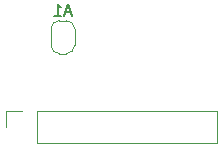
<source format=gbr>
%TF.GenerationSoftware,KiCad,Pcbnew,8.0.3-8.0.3-0~ubuntu23.10.1*%
%TF.CreationDate,2024-08-01T21:15:56-04:00*%
%TF.ProjectId,OPT4001,4f505434-3030-4312-9e6b-696361645f70,rev?*%
%TF.SameCoordinates,Original*%
%TF.FileFunction,Legend,Bot*%
%TF.FilePolarity,Positive*%
%FSLAX46Y46*%
G04 Gerber Fmt 4.6, Leading zero omitted, Abs format (unit mm)*
G04 Created by KiCad (PCBNEW 8.0.3-8.0.3-0~ubuntu23.10.1) date 2024-08-01 21:15:56*
%MOMM*%
%LPD*%
G01*
G04 APERTURE LIST*
G04 Aperture macros list*
%AMFreePoly0*
4,1,19,0.500000,-0.750000,0.000000,-0.750000,0.000000,-0.744911,-0.071157,-0.744911,-0.207708,-0.704816,-0.327430,-0.627875,-0.420627,-0.520320,-0.479746,-0.390866,-0.500000,-0.250000,-0.500000,0.250000,-0.479746,0.390866,-0.420627,0.520320,-0.327430,0.627875,-0.207708,0.704816,-0.071157,0.744911,0.000000,0.744911,0.000000,0.750000,0.500000,0.750000,0.500000,-0.750000,0.500000,-0.750000,
$1*%
%AMFreePoly1*
4,1,19,0.000000,0.744911,0.071157,0.744911,0.207708,0.704816,0.327430,0.627875,0.420627,0.520320,0.479746,0.390866,0.500000,0.250000,0.500000,-0.250000,0.479746,-0.390866,0.420627,-0.520320,0.327430,-0.627875,0.207708,-0.704816,0.071157,-0.744911,0.000000,-0.744911,0.000000,-0.750000,-0.500000,-0.750000,-0.500000,0.750000,0.000000,0.750000,0.000000,0.744911,0.000000,0.744911,
$1*%
G04 Aperture macros list end*
%ADD10C,0.200000*%
%ADD11C,0.120000*%
%ADD12C,3.200000*%
%ADD13FreePoly0,270.000000*%
%ADD14FreePoly1,270.000000*%
%ADD15O,1.700000X1.700000*%
%ADD16C,1.700000*%
G04 APERTURE END LIST*
D10*
X115564285Y-93166504D02*
X115088095Y-93166504D01*
X115659523Y-93452219D02*
X115326190Y-92452219D01*
X115326190Y-92452219D02*
X114992857Y-93452219D01*
X114135714Y-93452219D02*
X114707142Y-93452219D01*
X114421428Y-93452219D02*
X114421428Y-92452219D01*
X114421428Y-92452219D02*
X114516666Y-92595076D01*
X114516666Y-92595076D02*
X114611904Y-92690314D01*
X114611904Y-92690314D02*
X114707142Y-92737933D01*
D11*
%TO.C,JP1*%
X113850000Y-95950000D02*
X113850000Y-94550000D01*
X114550000Y-93850000D02*
X115150000Y-93850000D01*
X115150000Y-96650000D02*
X114550000Y-96650000D01*
X115850000Y-94550000D02*
X115850000Y-95950000D01*
X113850000Y-94550000D02*
G75*
G02*
X114550000Y-93850000I699999J1D01*
G01*
X114550000Y-96650000D02*
G75*
G02*
X113850000Y-95950000I0J700000D01*
G01*
X115150000Y-93850000D02*
G75*
G02*
X115850000Y-94550000I1J-699999D01*
G01*
X115850000Y-95950000D02*
G75*
G02*
X115150000Y-96650000I-700000J0D01*
G01*
%TO.C,J3*%
X127944000Y-104200000D02*
X127944000Y-101540000D01*
X127944000Y-104200000D02*
X112644000Y-104200000D01*
X127944000Y-101540000D02*
X112644000Y-101540000D01*
X112644000Y-104200000D02*
X112644000Y-101540000D01*
X110044000Y-102870000D02*
X110044000Y-101540000D01*
X110044000Y-101540000D02*
X111374000Y-101540000D01*
%TD*%
%LPC*%
D12*
%TO.C,H1*%
X108204000Y-87630000D03*
%TD*%
%TO.C,H4*%
X129794000Y-87630000D03*
%TD*%
%TO.C,H3*%
X108204000Y-102870000D03*
%TD*%
%TO.C,H2*%
X129794000Y-102870000D03*
%TD*%
D13*
%TO.C,JP1*%
X114850000Y-94600000D03*
D14*
X114850000Y-95900000D03*
%TD*%
D15*
%TO.C,J3*%
X126614000Y-102870000D03*
X124074000Y-102870000D03*
X121534000Y-102870000D03*
X118994000Y-102870000D03*
X116454000Y-102870000D03*
X113914000Y-102870000D03*
D16*
X111374000Y-102870000D03*
%TD*%
%LPD*%
M02*

</source>
